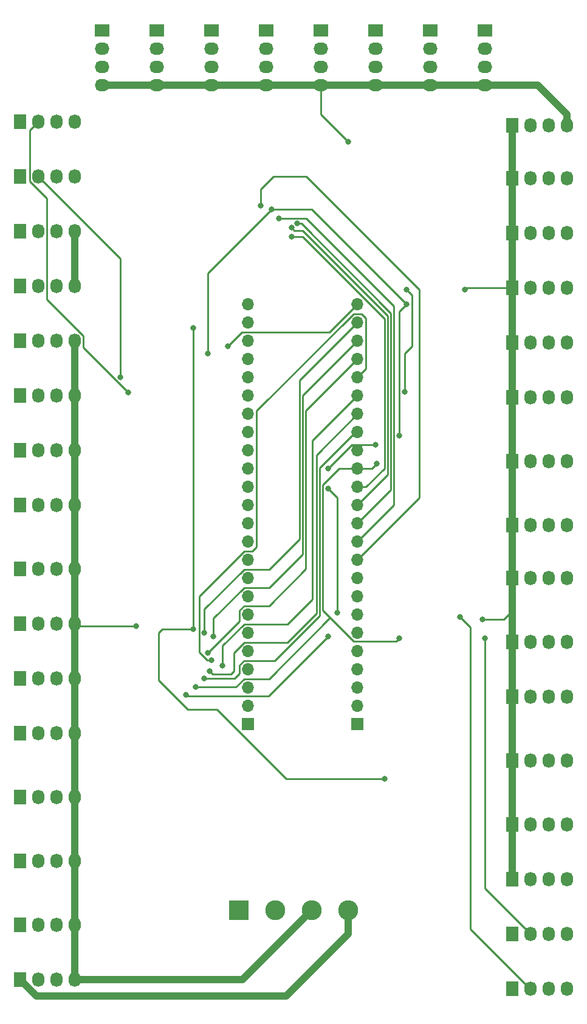
<source format=gbr>
%TF.GenerationSoftware,KiCad,Pcbnew,(5.1.8)-1*%
%TF.CreationDate,2021-02-28T20:57:03-06:00*%
%TF.ProjectId,CircuitBoard,43697263-7569-4744-926f-6172642e6b69,rev?*%
%TF.SameCoordinates,Original*%
%TF.FileFunction,Copper,L2,Bot*%
%TF.FilePolarity,Positive*%
%FSLAX46Y46*%
G04 Gerber Fmt 4.6, Leading zero omitted, Abs format (unit mm)*
G04 Created by KiCad (PCBNEW (5.1.8)-1) date 2021-02-28 20:57:03*
%MOMM*%
%LPD*%
G01*
G04 APERTURE LIST*
%TA.AperFunction,ComponentPad*%
%ADD10C,2.780000*%
%TD*%
%TA.AperFunction,ComponentPad*%
%ADD11R,2.780000X2.780000*%
%TD*%
%TA.AperFunction,ComponentPad*%
%ADD12O,1.730000X2.030000*%
%TD*%
%TA.AperFunction,ComponentPad*%
%ADD13R,1.730000X2.030000*%
%TD*%
%TA.AperFunction,ComponentPad*%
%ADD14O,1.700000X1.700000*%
%TD*%
%TA.AperFunction,ComponentPad*%
%ADD15R,1.700000X1.700000*%
%TD*%
%TA.AperFunction,ComponentPad*%
%ADD16O,2.030000X1.730000*%
%TD*%
%TA.AperFunction,ComponentPad*%
%ADD17R,2.030000X1.730000*%
%TD*%
%TA.AperFunction,ViaPad*%
%ADD18C,0.800000*%
%TD*%
%TA.AperFunction,Conductor*%
%ADD19C,1.016000*%
%TD*%
%TA.AperFunction,Conductor*%
%ADD20C,0.250000*%
%TD*%
G04 APERTURE END LIST*
D10*
%TO.P,JMolex1,4*%
%TO.N,Net-(J1-Pad1)*%
X133350000Y-169418000D03*
%TO.P,JMolex1,3*%
%TO.N,Net-(J1-Pad4)*%
X128270000Y-169418000D03*
%TO.P,JMolex1,2*%
%TO.N,Net-(JMolex1-Pad2)*%
X123190000Y-169418000D03*
D11*
%TO.P,JMolex1,1*%
%TO.N,Net-(JMolex1-Pad1)*%
X118110000Y-169418000D03*
%TD*%
D12*
%TO.P,J42,4*%
%TO.N,Net-(J1-Pad4)*%
X95250000Y-113030000D03*
%TO.P,J42,3*%
%TO.N,Net-(J42-Pad3)*%
X92710000Y-113030000D03*
%TO.P,J42,2*%
%TO.N,Net-(J42-Pad2)*%
X90170000Y-113030000D03*
D13*
%TO.P,J42,1*%
%TO.N,Net-(J1-Pad1)*%
X87630000Y-113030000D03*
%TD*%
D12*
%TO.P,J41,4*%
%TO.N,Net-(J1-Pad4)*%
X95250000Y-105410000D03*
%TO.P,J41,3*%
%TO.N,Net-(J41-Pad3)*%
X92710000Y-105410000D03*
%TO.P,J41,2*%
%TO.N,Net-(J41-Pad2)*%
X90170000Y-105410000D03*
D13*
%TO.P,J41,1*%
%TO.N,Net-(J1-Pad1)*%
X87630000Y-105410000D03*
%TD*%
D12*
%TO.P,J40,4*%
%TO.N,Net-(J1-Pad4)*%
X95250000Y-97790000D03*
%TO.P,J40,3*%
%TO.N,Net-(J40-Pad3)*%
X92710000Y-97790000D03*
%TO.P,J40,2*%
%TO.N,Net-(J40-Pad2)*%
X90170000Y-97790000D03*
D13*
%TO.P,J40,1*%
%TO.N,Net-(J1-Pad1)*%
X87630000Y-97790000D03*
%TD*%
D12*
%TO.P,J39,4*%
%TO.N,Net-(J1-Pad4)*%
X95250000Y-90170000D03*
%TO.P,J39,3*%
%TO.N,Net-(J39-Pad3)*%
X92710000Y-90170000D03*
%TO.P,J39,2*%
%TO.N,Net-(J39-Pad2)*%
X90170000Y-90170000D03*
D13*
%TO.P,J39,1*%
%TO.N,Net-(J1-Pad1)*%
X87630000Y-90170000D03*
%TD*%
D12*
%TO.P,J38,4*%
%TO.N,Net-(J1-Pad4)*%
X95250000Y-82550000D03*
%TO.P,J38,3*%
%TO.N,Net-(J38-Pad3)*%
X92710000Y-82550000D03*
%TO.P,J38,2*%
%TO.N,Net-(J38-Pad2)*%
X90170000Y-82550000D03*
D13*
%TO.P,J38,1*%
%TO.N,Net-(J1-Pad1)*%
X87630000Y-82550000D03*
%TD*%
D12*
%TO.P,J37,4*%
%TO.N,Net-(J1-Pad4)*%
X95250000Y-74930000D03*
%TO.P,J37,3*%
%TO.N,Net-(J37-Pad3)*%
X92710000Y-74930000D03*
%TO.P,J37,2*%
%TO.N,Net-(J37-Pad2)*%
X90170000Y-74930000D03*
D13*
%TO.P,J37,1*%
%TO.N,Net-(J1-Pad1)*%
X87630000Y-74930000D03*
%TD*%
D12*
%TO.P,J36,4*%
%TO.N,Net-(J1-Pad4)*%
X95250000Y-67310000D03*
%TO.P,J36,3*%
%TO.N,Net-(J36-Pad3)*%
X92710000Y-67310000D03*
%TO.P,J36,2*%
%TO.N,Net-(J36-Pad2)*%
X90170000Y-67310000D03*
D13*
%TO.P,J36,1*%
%TO.N,Net-(J1-Pad1)*%
X87630000Y-67310000D03*
%TD*%
D12*
%TO.P,J35,4*%
%TO.N,Net-(J1-Pad4)*%
X95250000Y-59690000D03*
%TO.P,J35,3*%
%TO.N,Net-(J35-Pad3)*%
X92710000Y-59690000D03*
%TO.P,J35,2*%
%TO.N,Net-(J35-Pad2)*%
X90170000Y-59690000D03*
D13*
%TO.P,J35,1*%
%TO.N,Net-(J1-Pad1)*%
X87630000Y-59690000D03*
%TD*%
D12*
%TO.P,J34,4*%
%TO.N,Net-(J1-Pad4)*%
X95250000Y-121920000D03*
%TO.P,J34,3*%
%TO.N,Net-(J34-Pad3)*%
X92710000Y-121920000D03*
%TO.P,J34,2*%
%TO.N,Net-(J34-Pad2)*%
X90170000Y-121920000D03*
D13*
%TO.P,J34,1*%
%TO.N,Net-(J1-Pad1)*%
X87630000Y-121920000D03*
%TD*%
D12*
%TO.P,J33,4*%
%TO.N,Net-(J1-Pad4)*%
X95250000Y-129540000D03*
%TO.P,J33,3*%
%TO.N,Net-(J33-Pad3)*%
X92710000Y-129540000D03*
%TO.P,J33,2*%
%TO.N,Net-(J33-Pad2)*%
X90170000Y-129540000D03*
D13*
%TO.P,J33,1*%
%TO.N,Net-(J1-Pad1)*%
X87630000Y-129540000D03*
%TD*%
D12*
%TO.P,J32,4*%
%TO.N,Net-(J1-Pad4)*%
X95250000Y-137160000D03*
%TO.P,J32,3*%
%TO.N,Net-(J32-Pad3)*%
X92710000Y-137160000D03*
%TO.P,J32,2*%
%TO.N,Net-(J32-Pad2)*%
X90170000Y-137160000D03*
D13*
%TO.P,J32,1*%
%TO.N,Net-(J1-Pad1)*%
X87630000Y-137160000D03*
%TD*%
D12*
%TO.P,J31,4*%
%TO.N,Net-(J1-Pad4)*%
X95250000Y-144780000D03*
%TO.P,J31,3*%
%TO.N,Net-(J31-Pad3)*%
X92710000Y-144780000D03*
%TO.P,J31,2*%
%TO.N,Net-(J31-Pad2)*%
X90170000Y-144780000D03*
D13*
%TO.P,J31,1*%
%TO.N,Net-(J1-Pad1)*%
X87630000Y-144780000D03*
%TD*%
D12*
%TO.P,J30,4*%
%TO.N,Net-(J1-Pad4)*%
X95250000Y-153670000D03*
%TO.P,J30,3*%
%TO.N,Net-(J30-Pad3)*%
X92710000Y-153670000D03*
%TO.P,J30,2*%
%TO.N,Net-(J30-Pad2)*%
X90170000Y-153670000D03*
D13*
%TO.P,J30,1*%
%TO.N,Net-(J1-Pad1)*%
X87630000Y-153670000D03*
%TD*%
D12*
%TO.P,J29,4*%
%TO.N,Net-(J1-Pad4)*%
X95250000Y-162560000D03*
%TO.P,J29,3*%
%TO.N,Net-(J29-Pad3)*%
X92710000Y-162560000D03*
%TO.P,J29,2*%
%TO.N,Net-(J29-Pad2)*%
X90170000Y-162560000D03*
D13*
%TO.P,J29,1*%
%TO.N,Net-(J1-Pad1)*%
X87630000Y-162560000D03*
%TD*%
D12*
%TO.P,J28,4*%
%TO.N,Net-(J1-Pad4)*%
X95250000Y-171450000D03*
%TO.P,J28,3*%
%TO.N,Net-(J28-Pad3)*%
X92710000Y-171450000D03*
%TO.P,J28,2*%
%TO.N,Net-(J28-Pad2)*%
X90170000Y-171450000D03*
D13*
%TO.P,J28,1*%
%TO.N,Net-(J1-Pad1)*%
X87630000Y-171450000D03*
%TD*%
D12*
%TO.P,J27,4*%
%TO.N,Net-(J1-Pad4)*%
X95250000Y-179070000D03*
%TO.P,J27,3*%
%TO.N,Net-(J27-Pad3)*%
X92710000Y-179070000D03*
%TO.P,J27,2*%
%TO.N,Net-(J27-Pad2)*%
X90170000Y-179070000D03*
D13*
%TO.P,J27,1*%
%TO.N,Net-(J1-Pad1)*%
X87630000Y-179070000D03*
%TD*%
D12*
%TO.P,J26,4*%
%TO.N,Net-(J1-Pad4)*%
X163830000Y-115824000D03*
%TO.P,J26,3*%
%TO.N,Net-(J26-Pad3)*%
X161290000Y-115824000D03*
%TO.P,J26,2*%
%TO.N,Net-(J26-Pad2)*%
X158750000Y-115824000D03*
D13*
%TO.P,J26,1*%
%TO.N,Net-(J1-Pad1)*%
X156210000Y-115824000D03*
%TD*%
D12*
%TO.P,J25,4*%
%TO.N,Net-(J1-Pad4)*%
X163830000Y-106934000D03*
%TO.P,J25,3*%
%TO.N,Net-(J25-Pad3)*%
X161290000Y-106934000D03*
%TO.P,J25,2*%
%TO.N,Net-(J25-Pad2)*%
X158750000Y-106934000D03*
D13*
%TO.P,J25,1*%
%TO.N,Net-(J1-Pad1)*%
X156210000Y-106934000D03*
%TD*%
D12*
%TO.P,J24,4*%
%TO.N,Net-(J1-Pad4)*%
X163830000Y-98044000D03*
%TO.P,J24,3*%
%TO.N,Net-(J24-Pad3)*%
X161290000Y-98044000D03*
%TO.P,J24,2*%
%TO.N,Net-(J24-Pad2)*%
X158750000Y-98044000D03*
D13*
%TO.P,J24,1*%
%TO.N,Net-(J1-Pad1)*%
X156210000Y-98044000D03*
%TD*%
D12*
%TO.P,J23,4*%
%TO.N,Net-(J1-Pad4)*%
X163830000Y-90424000D03*
%TO.P,J23,3*%
%TO.N,Net-(J23-Pad3)*%
X161290000Y-90424000D03*
%TO.P,J23,2*%
%TO.N,Net-(J23-Pad2)*%
X158750000Y-90424000D03*
D13*
%TO.P,J23,1*%
%TO.N,Net-(J1-Pad1)*%
X156210000Y-90424000D03*
%TD*%
D14*
%TO.P,J22,24*%
%TO.N,Net-(J22-Pad24)*%
X119380000Y-85090000D03*
%TO.P,J22,23*%
%TO.N,Net-(J22-Pad23)*%
X119380000Y-87630000D03*
%TO.P,J22,22*%
%TO.N,Net-(J22-Pad22)*%
X119380000Y-90170000D03*
%TO.P,J22,21*%
%TO.N,Net-(J22-Pad21)*%
X119380000Y-92710000D03*
%TO.P,J22,20*%
%TO.N,Net-(J22-Pad20)*%
X119380000Y-95250000D03*
%TO.P,J22,19*%
%TO.N,Net-(J22-Pad19)*%
X119380000Y-97790000D03*
%TO.P,J22,18*%
%TO.N,Net-(J22-Pad18)*%
X119380000Y-100330000D03*
%TO.P,J22,17*%
%TO.N,Net-(J22-Pad17)*%
X119380000Y-102870000D03*
%TO.P,J22,16*%
%TO.N,Net-(J22-Pad16)*%
X119380000Y-105410000D03*
%TO.P,J22,15*%
%TO.N,Net-(J22-Pad15)*%
X119380000Y-107950000D03*
%TO.P,J22,14*%
%TO.N,Net-(J22-Pad14)*%
X119380000Y-110490000D03*
%TO.P,J22,13*%
%TO.N,Net-(J22-Pad13)*%
X119380000Y-113030000D03*
%TO.P,J22,12*%
%TO.N,Net-(J22-Pad12)*%
X119380000Y-115570000D03*
%TO.P,J22,11*%
%TO.N,Net-(J22-Pad11)*%
X119380000Y-118110000D03*
%TO.P,J22,10*%
%TO.N,Net-(J22-Pad10)*%
X119380000Y-120650000D03*
%TO.P,J22,9*%
%TO.N,Net-(J22-Pad9)*%
X119380000Y-123190000D03*
%TO.P,J22,8*%
%TO.N,Net-(J22-Pad8)*%
X119380000Y-125730000D03*
%TO.P,J22,7*%
%TO.N,Net-(J22-Pad7)*%
X119380000Y-128270000D03*
%TO.P,J22,6*%
%TO.N,Net-(J22-Pad6)*%
X119380000Y-130810000D03*
%TO.P,J22,5*%
%TO.N,Net-(J22-Pad5)*%
X119380000Y-133350000D03*
%TO.P,J22,4*%
%TO.N,Net-(J22-Pad4)*%
X119380000Y-135890000D03*
%TO.P,J22,3*%
%TO.N,Net-(J22-Pad3)*%
X119380000Y-138430000D03*
%TO.P,J22,2*%
%TO.N,Net-(J22-Pad2)*%
X119380000Y-140970000D03*
D15*
%TO.P,J22,1*%
%TO.N,Net-(J22-Pad1)*%
X119380000Y-143510000D03*
%TD*%
D14*
%TO.P,J21,24*%
%TO.N,Net-(J21-Pad24)*%
X134620000Y-85090000D03*
%TO.P,J21,23*%
%TO.N,Net-(J21-Pad23)*%
X134620000Y-87630000D03*
%TO.P,J21,22*%
%TO.N,Net-(J21-Pad22)*%
X134620000Y-90170000D03*
%TO.P,J21,21*%
%TO.N,Net-(J21-Pad21)*%
X134620000Y-92710000D03*
%TO.P,J21,20*%
%TO.N,Net-(J21-Pad20)*%
X134620000Y-95250000D03*
%TO.P,J21,19*%
%TO.N,Net-(J21-Pad19)*%
X134620000Y-97790000D03*
%TO.P,J21,18*%
%TO.N,Net-(J21-Pad18)*%
X134620000Y-100330000D03*
%TO.P,J21,17*%
%TO.N,Net-(J21-Pad17)*%
X134620000Y-102870000D03*
%TO.P,J21,16*%
%TO.N,Net-(J21-Pad16)*%
X134620000Y-105410000D03*
%TO.P,J21,15*%
%TO.N,Net-(J21-Pad15)*%
X134620000Y-107950000D03*
%TO.P,J21,14*%
%TO.N,Net-(J21-Pad14)*%
X134620000Y-110490000D03*
%TO.P,J21,13*%
%TO.N,Net-(J21-Pad13)*%
X134620000Y-113030000D03*
%TO.P,J21,12*%
%TO.N,Net-(J21-Pad12)*%
X134620000Y-115570000D03*
%TO.P,J21,11*%
%TO.N,Net-(J21-Pad11)*%
X134620000Y-118110000D03*
%TO.P,J21,10*%
%TO.N,Net-(J21-Pad10)*%
X134620000Y-120650000D03*
%TO.P,J21,9*%
%TO.N,Net-(J21-Pad9)*%
X134620000Y-123190000D03*
%TO.P,J21,8*%
%TO.N,Net-(J21-Pad8)*%
X134620000Y-125730000D03*
%TO.P,J21,7*%
%TO.N,Net-(J21-Pad7)*%
X134620000Y-128270000D03*
%TO.P,J21,6*%
%TO.N,Net-(J21-Pad6)*%
X134620000Y-130810000D03*
%TO.P,J21,5*%
%TO.N,Net-(J21-Pad5)*%
X134620000Y-133350000D03*
%TO.P,J21,4*%
%TO.N,Net-(J21-Pad4)*%
X134620000Y-135890000D03*
%TO.P,J21,3*%
%TO.N,Net-(J21-Pad3)*%
X134620000Y-138430000D03*
%TO.P,J21,2*%
%TO.N,Net-(J21-Pad2)*%
X134620000Y-140970000D03*
D15*
%TO.P,J21,1*%
%TO.N,Net-(J1-Pad4)*%
X134620000Y-143510000D03*
%TD*%
D16*
%TO.P,J20,4*%
%TO.N,Net-(J1-Pad4)*%
X106680000Y-54610000D03*
%TO.P,J20,3*%
%TO.N,Net-(J20-Pad3)*%
X106680000Y-52070000D03*
%TO.P,J20,2*%
%TO.N,Net-(J20-Pad2)*%
X106680000Y-49530000D03*
D17*
%TO.P,J20,1*%
%TO.N,Net-(J1-Pad1)*%
X106680000Y-46990000D03*
%TD*%
D16*
%TO.P,J19,4*%
%TO.N,Net-(J1-Pad4)*%
X99060000Y-54610000D03*
%TO.P,J19,3*%
%TO.N,Net-(J19-Pad3)*%
X99060000Y-52070000D03*
%TO.P,J19,2*%
%TO.N,Net-(J19-Pad2)*%
X99060000Y-49530000D03*
D17*
%TO.P,J19,1*%
%TO.N,Net-(J1-Pad1)*%
X99060000Y-46990000D03*
%TD*%
D12*
%TO.P,J18,4*%
%TO.N,Net-(J1-Pad4)*%
X163830000Y-123190000D03*
%TO.P,J18,3*%
%TO.N,Net-(J18-Pad3)*%
X161290000Y-123190000D03*
%TO.P,J18,2*%
%TO.N,Net-(J18-Pad2)*%
X158750000Y-123190000D03*
D13*
%TO.P,J18,1*%
%TO.N,Net-(J1-Pad1)*%
X156210000Y-123190000D03*
%TD*%
D12*
%TO.P,J17,4*%
%TO.N,Net-(J1-Pad4)*%
X163830000Y-132080000D03*
%TO.P,J17,3*%
%TO.N,Net-(J17-Pad3)*%
X161290000Y-132080000D03*
%TO.P,J17,2*%
%TO.N,Net-(J17-Pad2)*%
X158750000Y-132080000D03*
D13*
%TO.P,J17,1*%
%TO.N,Net-(J1-Pad1)*%
X156210000Y-132080000D03*
%TD*%
D12*
%TO.P,J16,4*%
%TO.N,Net-(J1-Pad4)*%
X163830000Y-139700000D03*
%TO.P,J16,3*%
%TO.N,Net-(J16-Pad3)*%
X161290000Y-139700000D03*
%TO.P,J16,2*%
%TO.N,Net-(J16-Pad2)*%
X158750000Y-139700000D03*
D13*
%TO.P,J16,1*%
%TO.N,Net-(J1-Pad1)*%
X156210000Y-139700000D03*
%TD*%
D12*
%TO.P,J15,4*%
%TO.N,Net-(J1-Pad4)*%
X163830000Y-148590000D03*
%TO.P,J15,3*%
%TO.N,Net-(J15-Pad3)*%
X161290000Y-148590000D03*
%TO.P,J15,2*%
%TO.N,Net-(J15-Pad2)*%
X158750000Y-148590000D03*
D13*
%TO.P,J15,1*%
%TO.N,Net-(J1-Pad1)*%
X156210000Y-148590000D03*
%TD*%
D12*
%TO.P,J14,4*%
%TO.N,Net-(J1-Pad4)*%
X163830000Y-157480000D03*
%TO.P,J14,3*%
%TO.N,Net-(J14-Pad3)*%
X161290000Y-157480000D03*
%TO.P,J14,2*%
%TO.N,Net-(J14-Pad2)*%
X158750000Y-157480000D03*
D13*
%TO.P,J14,1*%
%TO.N,Net-(J1-Pad1)*%
X156210000Y-157480000D03*
%TD*%
D12*
%TO.P,J13,4*%
%TO.N,Net-(J1-Pad4)*%
X163830000Y-165100000D03*
%TO.P,J13,3*%
%TO.N,Net-(J13-Pad3)*%
X161290000Y-165100000D03*
%TO.P,J13,2*%
%TO.N,Net-(J13-Pad2)*%
X158750000Y-165100000D03*
D13*
%TO.P,J13,1*%
%TO.N,Net-(J1-Pad1)*%
X156210000Y-165100000D03*
%TD*%
D12*
%TO.P,J12,4*%
%TO.N,Net-(J1-Pad4)*%
X163830000Y-172720000D03*
%TO.P,J12,3*%
%TO.N,Net-(J12-Pad3)*%
X161290000Y-172720000D03*
%TO.P,J12,2*%
%TO.N,Net-(J12-Pad2)*%
X158750000Y-172720000D03*
D13*
%TO.P,J12,1*%
%TO.N,Net-(J1-Pad1)*%
X156210000Y-172720000D03*
%TD*%
D12*
%TO.P,J11,4*%
%TO.N,Net-(J1-Pad4)*%
X163830000Y-180340000D03*
%TO.P,J11,3*%
%TO.N,Net-(J11-Pad3)*%
X161290000Y-180340000D03*
%TO.P,J11,2*%
%TO.N,Net-(J11-Pad2)*%
X158750000Y-180340000D03*
D13*
%TO.P,J11,1*%
%TO.N,Net-(J1-Pad1)*%
X156210000Y-180340000D03*
%TD*%
D12*
%TO.P,J10,4*%
%TO.N,Net-(J1-Pad4)*%
X163830000Y-82804000D03*
%TO.P,J10,3*%
%TO.N,Net-(J10-Pad3)*%
X161290000Y-82804000D03*
%TO.P,J10,2*%
%TO.N,Net-(J10-Pad2)*%
X158750000Y-82804000D03*
D13*
%TO.P,J10,1*%
%TO.N,Net-(J1-Pad1)*%
X156210000Y-82804000D03*
%TD*%
D12*
%TO.P,J9,4*%
%TO.N,Net-(J1-Pad4)*%
X163830000Y-67564000D03*
%TO.P,J9,3*%
%TO.N,Net-(J9-Pad3)*%
X161290000Y-67564000D03*
%TO.P,J9,2*%
%TO.N,Net-(J9-Pad2)*%
X158750000Y-67564000D03*
D13*
%TO.P,J9,1*%
%TO.N,Net-(J1-Pad1)*%
X156210000Y-67564000D03*
%TD*%
D12*
%TO.P,J8,4*%
%TO.N,Net-(J1-Pad4)*%
X163830000Y-60198000D03*
%TO.P,J8,3*%
%TO.N,Net-(J8-Pad3)*%
X161290000Y-60198000D03*
%TO.P,J8,2*%
%TO.N,Net-(J8-Pad2)*%
X158750000Y-60198000D03*
D13*
%TO.P,J8,1*%
%TO.N,Net-(J1-Pad1)*%
X156210000Y-60198000D03*
%TD*%
D16*
%TO.P,J7,4*%
%TO.N,Net-(J1-Pad4)*%
X152400000Y-54610000D03*
%TO.P,J7,3*%
%TO.N,Net-(J7-Pad3)*%
X152400000Y-52070000D03*
%TO.P,J7,2*%
%TO.N,Net-(J7-Pad2)*%
X152400000Y-49530000D03*
D17*
%TO.P,J7,1*%
%TO.N,Net-(J1-Pad1)*%
X152400000Y-46990000D03*
%TD*%
D12*
%TO.P,J6,4*%
%TO.N,Net-(J1-Pad4)*%
X163830000Y-75184000D03*
%TO.P,J6,3*%
%TO.N,Net-(J6-Pad3)*%
X161290000Y-75184000D03*
%TO.P,J6,2*%
%TO.N,Net-(J6-Pad2)*%
X158750000Y-75184000D03*
D13*
%TO.P,J6,1*%
%TO.N,Net-(J1-Pad1)*%
X156210000Y-75184000D03*
%TD*%
D16*
%TO.P,J5,4*%
%TO.N,Net-(J1-Pad4)*%
X144780000Y-54610000D03*
%TO.P,J5,3*%
%TO.N,Net-(J5-Pad3)*%
X144780000Y-52070000D03*
%TO.P,J5,2*%
%TO.N,Net-(J5-Pad2)*%
X144780000Y-49530000D03*
D17*
%TO.P,J5,1*%
%TO.N,Net-(J1-Pad1)*%
X144780000Y-46990000D03*
%TD*%
D16*
%TO.P,J4,4*%
%TO.N,Net-(J1-Pad4)*%
X137160000Y-54610000D03*
%TO.P,J4,3*%
%TO.N,Net-(J4-Pad3)*%
X137160000Y-52070000D03*
%TO.P,J4,2*%
%TO.N,Net-(J4-Pad2)*%
X137160000Y-49530000D03*
D17*
%TO.P,J4,1*%
%TO.N,Net-(J1-Pad1)*%
X137160000Y-46990000D03*
%TD*%
D16*
%TO.P,J3,4*%
%TO.N,Net-(J1-Pad4)*%
X114300000Y-54610000D03*
%TO.P,J3,3*%
%TO.N,Net-(J3-Pad3)*%
X114300000Y-52070000D03*
%TO.P,J3,2*%
%TO.N,Net-(J3-Pad2)*%
X114300000Y-49530000D03*
D17*
%TO.P,J3,1*%
%TO.N,Net-(J1-Pad1)*%
X114300000Y-46990000D03*
%TD*%
D16*
%TO.P,J2,4*%
%TO.N,Net-(J1-Pad4)*%
X129540000Y-54610000D03*
%TO.P,J2,3*%
%TO.N,Net-(J2-Pad3)*%
X129540000Y-52070000D03*
%TO.P,J2,2*%
%TO.N,Net-(J2-Pad2)*%
X129540000Y-49530000D03*
D17*
%TO.P,J2,1*%
%TO.N,Net-(J1-Pad1)*%
X129540000Y-46990000D03*
%TD*%
D16*
%TO.P,J1,4*%
%TO.N,Net-(J1-Pad4)*%
X121920000Y-54610000D03*
%TO.P,J1,3*%
%TO.N,Net-(J1-Pad3)*%
X121920000Y-52070000D03*
%TO.P,J1,2*%
%TO.N,Net-(J1-Pad2)*%
X121920000Y-49530000D03*
D17*
%TO.P,J1,1*%
%TO.N,Net-(J1-Pad1)*%
X121920000Y-46990000D03*
%TD*%
D18*
%TO.N,Net-(J1-Pad4)*%
X133350000Y-62484000D03*
X103810000Y-129870000D03*
%TO.N,Net-(J1-Pad1)*%
X149606000Y-83058000D03*
X152072000Y-128958000D03*
%TO.N,Net-(J11-Pad2)*%
X148920000Y-128600000D03*
%TO.N,Net-(J12-Pad2)*%
X152400000Y-131572000D03*
%TO.N,Net-(J21-Pad24)*%
X116572000Y-90918000D03*
%TO.N,Net-(J21-Pad23)*%
X113284000Y-130810000D03*
%TO.N,Net-(J21-Pad22)*%
X114554000Y-131318000D03*
%TO.N,Net-(J21-Pad21)*%
X113751000Y-133645000D03*
%TO.N,Net-(J21-Pad20)*%
X114300000Y-134620000D03*
%TO.N,Net-(J21-Pad19)*%
X115824000Y-135382000D03*
%TO.N,Net-(J21-Pad18)*%
X114046000Y-136144000D03*
%TO.N,Net-(J21-Pad17)*%
X113284000Y-137160000D03*
%TO.N,Net-(J21-Pad16)*%
X110744000Y-139446000D03*
X137160000Y-104648000D03*
X130556000Y-131318000D03*
X131826000Y-128016000D03*
X130556000Y-110744000D03*
X130556000Y-107950000D03*
%TO.N,Net-(J21-Pad15)*%
X112067000Y-138377000D03*
X122682000Y-71882000D03*
X113792000Y-91948000D03*
X141478000Y-85090000D03*
X137287000Y-107315000D03*
X140462000Y-103378000D03*
X140462000Y-131572000D03*
%TO.N,Net-(J21-Pad14)*%
X125476000Y-75692000D03*
%TO.N,Net-(J21-Pad13)*%
X125417177Y-74467425D03*
%TO.N,Net-(J21-Pad12)*%
X126224291Y-73877010D03*
%TO.N,Net-(J21-Pad11)*%
X123698000Y-73152000D03*
%TO.N,Net-(J21-Pad10)*%
X121158000Y-71374000D03*
%TO.N,Net-(J35-Pad2)*%
X102652999Y-97336610D03*
%TO.N,Net-(J36-Pad2)*%
X101600000Y-95250000D03*
%TO.N,Net-(R1-Pad2)*%
X111760000Y-130302000D03*
X138430000Y-151130000D03*
X111760000Y-88392000D03*
X141224000Y-97282000D03*
X141478000Y-83058000D03*
%TD*%
D19*
%TO.N,Net-(J1-Pad4)*%
X95250000Y-179070000D02*
X95250000Y-171450000D01*
X95250000Y-171450000D02*
X95250000Y-162560000D01*
X95250000Y-162560000D02*
X95250000Y-153670000D01*
X95250000Y-153670000D02*
X95250000Y-144780000D01*
X95250000Y-144780000D02*
X95250000Y-137160000D01*
X95250000Y-137160000D02*
X95250000Y-129540000D01*
X95250000Y-129540000D02*
X95250000Y-121920000D01*
X95250000Y-121920000D02*
X95250000Y-113030000D01*
X95250000Y-113030000D02*
X95250000Y-105410000D01*
X95250000Y-105410000D02*
X95250000Y-97790000D01*
X95250000Y-97790000D02*
X95250000Y-90170000D01*
X95250000Y-82550000D02*
X95250000Y-74930000D01*
X99060000Y-54610000D02*
X106680000Y-54610000D01*
X106680000Y-54610000D02*
X114300000Y-54610000D01*
X114300000Y-54610000D02*
X121920000Y-54610000D01*
X121920000Y-54610000D02*
X129540000Y-54610000D01*
X129540000Y-54610000D02*
X137160000Y-54610000D01*
X137160000Y-54610000D02*
X144780000Y-54610000D01*
X144780000Y-54610000D02*
X152400000Y-54610000D01*
X163830000Y-58716158D02*
X163830000Y-60198000D01*
X159723842Y-54610000D02*
X163830000Y-58716158D01*
X152400000Y-54610000D02*
X159723842Y-54610000D01*
D20*
X129540000Y-54610000D02*
X129540000Y-58674000D01*
X129540000Y-58674000D02*
X133350000Y-62484000D01*
X133350000Y-62484000D02*
X133350000Y-62484000D01*
X95580000Y-129870000D02*
X95250000Y-129540000D01*
X103810000Y-129870000D02*
X95580000Y-129870000D01*
D19*
X118618000Y-179070000D02*
X128270000Y-169418000D01*
X95250000Y-179070000D02*
X118618000Y-179070000D01*
%TO.N,Net-(J1-Pad1)*%
X156210000Y-165100000D02*
X156210000Y-148590000D01*
X156210000Y-148590000D02*
X156210000Y-139700000D01*
X156210000Y-139700000D02*
X156210000Y-132080000D01*
X156210000Y-123190000D02*
X156210000Y-115824000D01*
X156210000Y-115824000D02*
X156210000Y-106934000D01*
X156210000Y-106934000D02*
X156210000Y-98044000D01*
X156210000Y-98044000D02*
X156210000Y-90424000D01*
X156210000Y-90424000D02*
X156210000Y-82804000D01*
X156210000Y-82804000D02*
X156210000Y-75184000D01*
X156210000Y-75184000D02*
X156210000Y-67564000D01*
X156210000Y-67564000D02*
X156210000Y-60198000D01*
D20*
X149860000Y-82804000D02*
X149606000Y-83058000D01*
X156210000Y-82804000D02*
X149860000Y-82804000D01*
X155014000Y-128958000D02*
X156210000Y-127762000D01*
X152072000Y-128958000D02*
X155014000Y-128958000D01*
D19*
X156210000Y-127762000D02*
X156210000Y-123190000D01*
X156210000Y-132080000D02*
X156210000Y-127762000D01*
X133350000Y-172720000D02*
X133350000Y-169418000D01*
X124714000Y-181356000D02*
X133350000Y-172720000D01*
X89916000Y-181356000D02*
X124714000Y-181356000D01*
X87630000Y-179070000D02*
X89916000Y-181356000D01*
D20*
%TO.N,Net-(J11-Pad2)*%
X158675002Y-180340000D02*
X158750000Y-180340000D01*
X150368000Y-172032998D02*
X158675002Y-180340000D01*
X150368000Y-130048000D02*
X150368000Y-172032998D01*
X148920000Y-128600000D02*
X150368000Y-130048000D01*
%TO.N,Net-(J12-Pad2)*%
X152400000Y-131572000D02*
X152400000Y-166370000D01*
X152400000Y-166370000D02*
X158750000Y-172720000D01*
%TO.N,Net-(J21-Pad24)*%
X118495001Y-88994999D02*
X116572000Y-90918000D01*
X130715001Y-88994999D02*
X118495001Y-88994999D01*
X134620000Y-85090000D02*
X130715001Y-88994999D01*
%TO.N,Net-(J21-Pad23)*%
X113284000Y-130810000D02*
X113284000Y-127546998D01*
X118815999Y-122014999D02*
X122294003Y-122014999D01*
X126527945Y-117781057D02*
X126527945Y-95722055D01*
X122294003Y-122014999D02*
X126527945Y-117781057D01*
X113284000Y-127546998D02*
X118815999Y-122014999D01*
X126527945Y-95722055D02*
X134620000Y-87630000D01*
%TO.N,Net-(J21-Pad22)*%
X126977956Y-97812044D02*
X134620000Y-90170000D01*
X118815999Y-124554999D02*
X122294003Y-124554999D01*
X122294003Y-124554999D02*
X126977956Y-119871046D01*
X114554000Y-128816998D02*
X118815999Y-124554999D01*
X114554000Y-131318000D02*
X114554000Y-128816998D01*
X126977956Y-119871046D02*
X126977956Y-97812044D01*
%TO.N,Net-(J21-Pad21)*%
X127427967Y-121961035D02*
X127427967Y-99902033D01*
X122294003Y-127094999D02*
X127427967Y-121961035D01*
X127427967Y-99902033D02*
X134620000Y-92710000D01*
X118815999Y-127094999D02*
X122294003Y-127094999D01*
X113751000Y-133645000D02*
X118204999Y-129191001D01*
X118204999Y-129191001D02*
X118204999Y-127705999D01*
X118204999Y-127705999D02*
X118815999Y-127094999D01*
%TO.N,Net-(J21-Pad20)*%
X134055999Y-86454999D02*
X135184001Y-86454999D01*
X114300000Y-134620000D02*
X113652998Y-134620000D01*
X113652998Y-134620000D02*
X112558999Y-133526001D01*
X135795001Y-94074999D02*
X134620000Y-95250000D01*
X112558999Y-133526001D02*
X112558999Y-125731999D01*
X112558999Y-125731999D02*
X118815999Y-119474999D01*
X118815999Y-119474999D02*
X119944001Y-119474999D01*
X119944001Y-119474999D02*
X120555001Y-118863999D01*
X120555001Y-118863999D02*
X120555001Y-99955997D01*
X135184001Y-86454999D02*
X135795001Y-87065999D01*
X135795001Y-87065999D02*
X135795001Y-94074999D01*
X120555001Y-99955997D02*
X134055999Y-86454999D01*
%TO.N,Net-(J21-Pad19)*%
X128327989Y-104082011D02*
X134620000Y-97790000D01*
X128327989Y-126141013D02*
X128327989Y-104082011D01*
X115824000Y-132626998D02*
X118815999Y-129634999D01*
X124834003Y-129634999D02*
X128327989Y-126141013D01*
X118815999Y-129634999D02*
X124834003Y-129634999D01*
X115824000Y-135382000D02*
X115824000Y-132626998D01*
%TO.N,Net-(J21-Pad18)*%
X114046000Y-136144000D02*
X114445999Y-136543999D01*
X128893978Y-128115024D02*
X128893978Y-106056022D01*
X128893978Y-106056022D02*
X134620000Y-100330000D01*
X124834003Y-132174999D02*
X128893978Y-128115024D01*
X114445999Y-136543999D02*
X116986999Y-136543999D01*
X118815999Y-132174999D02*
X124834003Y-132174999D01*
X117386998Y-133604000D02*
X118815999Y-132174999D01*
X117386998Y-136144000D02*
X117386998Y-133604000D01*
X116986999Y-136543999D02*
X117386998Y-136144000D01*
%TO.N,Net-(J21-Pad17)*%
X134366000Y-102870000D02*
X134620000Y-102870000D01*
X129343989Y-107892011D02*
X134366000Y-102870000D01*
X129343989Y-128417402D02*
X129343989Y-107892011D01*
X118815999Y-134714999D02*
X123046392Y-134714999D01*
X118204999Y-135325999D02*
X118815999Y-134714999D01*
X123046392Y-134714999D02*
X129343989Y-128417402D01*
X118204999Y-136454001D02*
X118204999Y-135325999D01*
X117499000Y-137160000D02*
X118204999Y-136454001D01*
X113284000Y-137160000D02*
X117499000Y-137160000D01*
%TO.N,Net-(J21-Pad16)*%
X110903001Y-139605001D02*
X122268999Y-139605001D01*
X110744000Y-139446000D02*
X110903001Y-139605001D01*
X122268999Y-139605001D02*
X130556000Y-131318000D01*
X130556000Y-131318000D02*
X130556000Y-131318000D01*
X131826000Y-112014000D02*
X130556000Y-110744000D01*
X131826000Y-128016000D02*
X131826000Y-112014000D01*
X130556000Y-110744000D02*
X130556000Y-110744000D01*
X133858000Y-104648000D02*
X130556000Y-107950000D01*
X137160000Y-104648000D02*
X133858000Y-104648000D01*
%TO.N,Net-(J21-Pad15)*%
X112067000Y-138377000D02*
X117693998Y-138377000D01*
X117693998Y-138377000D02*
X118815999Y-137254999D01*
X118815999Y-137254999D02*
X122294003Y-137254999D01*
X122294003Y-137254999D02*
X130810000Y-128739002D01*
X128270000Y-71882000D02*
X122682000Y-71882000D01*
X141478000Y-85090000D02*
X128270000Y-71882000D01*
X134620000Y-107950000D02*
X136652000Y-107950000D01*
X136652000Y-107950000D02*
X137287000Y-107315000D01*
X137287000Y-107315000D02*
X137414000Y-107188000D01*
X140462000Y-86106000D02*
X141478000Y-85090000D01*
X140462000Y-103378000D02*
X140462000Y-86106000D01*
X134055999Y-131985001D02*
X130810000Y-128739002D01*
X140462000Y-131572000D02*
X140048999Y-131985001D01*
X140048999Y-131985001D02*
X134055999Y-131985001D01*
X132080000Y-107950000D02*
X134620000Y-107950000D01*
X129794000Y-127723002D02*
X129794000Y-110236000D01*
X129794000Y-110236000D02*
X132080000Y-107950000D01*
X130810000Y-128739002D02*
X129794000Y-127723002D01*
X113792000Y-80772000D02*
X122682000Y-71882000D01*
X113792000Y-91948000D02*
X113792000Y-80772000D01*
%TO.N,Net-(J21-Pad14)*%
X126961002Y-75692000D02*
X138372009Y-87103007D01*
X138372009Y-87103007D02*
X138372009Y-107940072D01*
X138372009Y-107940072D02*
X135822081Y-110490000D01*
X125476000Y-75692000D02*
X126961002Y-75692000D01*
X135822081Y-110490000D02*
X134620000Y-110490000D01*
%TO.N,Net-(J21-Pad13)*%
X126955149Y-74867424D02*
X125817176Y-74867424D01*
X134620000Y-113030000D02*
X138822020Y-108827980D01*
X125817176Y-74867424D02*
X125417177Y-74467425D01*
X138822020Y-86734295D02*
X126955149Y-74867424D01*
X138822020Y-108827980D02*
X138822020Y-86734295D01*
%TO.N,Net-(J21-Pad12)*%
X139272031Y-86359065D02*
X126789976Y-73877010D01*
X126789976Y-73877010D02*
X126224291Y-73877010D01*
X139272031Y-110917969D02*
X139272031Y-86359065D01*
X134620000Y-115570000D02*
X139272031Y-110917969D01*
%TO.N,Net-(J21-Pad11)*%
X139722042Y-113007958D02*
X134620000Y-118110000D01*
X139722042Y-85366042D02*
X139722042Y-113007958D01*
X127508000Y-73152000D02*
X139722042Y-85366042D01*
X123698000Y-73152000D02*
X127508000Y-73152000D01*
%TO.N,Net-(J21-Pad10)*%
X121158000Y-71374000D02*
X121158000Y-69088000D01*
X121158000Y-69088000D02*
X122936000Y-67310000D01*
X122936000Y-67310000D02*
X127508000Y-67310000D01*
X127508000Y-67310000D02*
X143256000Y-83058000D01*
X143256000Y-112014000D02*
X134620000Y-120650000D01*
X143256000Y-83058000D02*
X143256000Y-112014000D01*
%TO.N,Net-(J35-Pad2)*%
X96440010Y-91123621D02*
X102652999Y-97336610D01*
X88979990Y-60880010D02*
X88979990Y-67952918D01*
X91360010Y-70332938D02*
X91360010Y-84447082D01*
X90170000Y-59690000D02*
X88979990Y-60880010D01*
X91360010Y-84447082D02*
X96440010Y-89527082D01*
X88979990Y-67952918D02*
X91360010Y-70332938D01*
X96440010Y-89527082D02*
X96440010Y-91123621D01*
%TO.N,Net-(J36-Pad2)*%
X101600000Y-95250000D02*
X101600000Y-78740000D01*
X101600000Y-78740000D02*
X90170000Y-67310000D01*
%TO.N,Net-(R1-Pad2)*%
X124714998Y-151130000D02*
X115062998Y-141478000D01*
X138430000Y-151130000D02*
X124714998Y-151130000D01*
X115062998Y-141478000D02*
X110998000Y-141478000D01*
X110998000Y-141478000D02*
X106934000Y-137414000D01*
X106934000Y-137414000D02*
X106934000Y-130810000D01*
X107442000Y-130302000D02*
X111760000Y-130302000D01*
X106934000Y-130810000D02*
X107442000Y-130302000D01*
X111760000Y-130302000D02*
X111760000Y-88392000D01*
X142240000Y-83820000D02*
X141478000Y-83058000D01*
X142240000Y-90932000D02*
X142240000Y-83820000D01*
X141224000Y-91948000D02*
X142240000Y-90932000D01*
X141224000Y-97282000D02*
X141224000Y-91948000D01*
X141478000Y-83058000D02*
X141478000Y-83058000D01*
%TD*%
M02*

</source>
